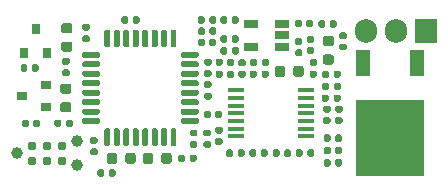
<source format=gts>
G04 #@! TF.GenerationSoftware,KiCad,Pcbnew,(5.99.0-12439-g94954386e6)*
G04 #@! TF.CreationDate,2021-09-28T22:10:54+03:00*
G04 #@! TF.ProjectId,hellen1-wbo,68656c6c-656e-4312-9d77-626f2e6b6963,rev?*
G04 #@! TF.SameCoordinates,PX4a19ba0PY5aa5910*
G04 #@! TF.FileFunction,Soldermask,Top*
G04 #@! TF.FilePolarity,Negative*
%FSLAX46Y46*%
G04 Gerber Fmt 4.6, Leading zero omitted, Abs format (unit mm)*
G04 Created by KiCad (PCBNEW (5.99.0-12439-g94954386e6)) date 2021-09-28 22:10:54*
%MOMM*%
%LPD*%
G01*
G04 APERTURE LIST*
%ADD10R,1.905000X2.000000*%
%ADD11O,1.905000X2.000000*%
%ADD12R,0.900000X0.800000*%
%ADD13R,1.450000X0.450000*%
%ADD14R,1.200000X2.200000*%
%ADD15R,5.800000X6.400000*%
%ADD16R,1.220000X0.650000*%
%ADD17R,0.800000X0.900000*%
%ADD18C,0.990600*%
%ADD19C,0.787400*%
G04 APERTURE END LIST*
D10*
G04 #@! TO.C,Q601*
X35740000Y13100000D03*
D11*
X33200000Y13100000D03*
X30660000Y13100000D03*
G04 #@! TD*
G04 #@! TO.C,C612*
G36*
G01*
X17422500Y9220000D02*
X17077500Y9220000D01*
G75*
G02*
X16930000Y9367500I0J147500D01*
G01*
X16930000Y9662500D01*
G75*
G02*
X17077500Y9810000I147500J0D01*
G01*
X17422500Y9810000D01*
G75*
G02*
X17570000Y9662500I0J-147500D01*
G01*
X17570000Y9367500D01*
G75*
G02*
X17422500Y9220000I-147500J0D01*
G01*
G37*
G36*
G01*
X17422500Y10190000D02*
X17077500Y10190000D01*
G75*
G02*
X16930000Y10337500I0J147500D01*
G01*
X16930000Y10632500D01*
G75*
G02*
X17077500Y10780000I147500J0D01*
G01*
X17422500Y10780000D01*
G75*
G02*
X17570000Y10632500I0J-147500D01*
G01*
X17570000Y10337500D01*
G75*
G02*
X17422500Y10190000I-147500J0D01*
G01*
G37*
G04 #@! TD*
G04 #@! TO.C,C605*
G36*
G01*
X26267500Y2957000D02*
X26267500Y2612000D01*
G75*
G02*
X26120000Y2464500I-147500J0D01*
G01*
X25825000Y2464500D01*
G75*
G02*
X25677500Y2612000I0J147500D01*
G01*
X25677500Y2957000D01*
G75*
G02*
X25825000Y3104500I147500J0D01*
G01*
X26120000Y3104500D01*
G75*
G02*
X26267500Y2957000I0J-147500D01*
G01*
G37*
G36*
G01*
X25297500Y2957000D02*
X25297500Y2612000D01*
G75*
G02*
X25150000Y2464500I-147500J0D01*
G01*
X24855000Y2464500D01*
G75*
G02*
X24707500Y2612000I0J147500D01*
G01*
X24707500Y2957000D01*
G75*
G02*
X24855000Y3104500I147500J0D01*
G01*
X25150000Y3104500D01*
G75*
G02*
X25297500Y2957000I0J-147500D01*
G01*
G37*
G04 #@! TD*
G04 #@! TO.C,C607*
G36*
G01*
X26930000Y9279500D02*
X26930000Y9624500D01*
G75*
G02*
X27077500Y9772000I147500J0D01*
G01*
X27372500Y9772000D01*
G75*
G02*
X27520000Y9624500I0J-147500D01*
G01*
X27520000Y9279500D01*
G75*
G02*
X27372500Y9132000I-147500J0D01*
G01*
X27077500Y9132000D01*
G75*
G02*
X26930000Y9279500I0J147500D01*
G01*
G37*
G36*
G01*
X27900000Y9279500D02*
X27900000Y9624500D01*
G75*
G02*
X28047500Y9772000I147500J0D01*
G01*
X28342500Y9772000D01*
G75*
G02*
X28490000Y9624500I0J-147500D01*
G01*
X28490000Y9279500D01*
G75*
G02*
X28342500Y9132000I-147500J0D01*
G01*
X28047500Y9132000D01*
G75*
G02*
X27900000Y9279500I0J147500D01*
G01*
G37*
G04 #@! TD*
G04 #@! TO.C,C613*
G36*
G01*
X1524000Y5118500D02*
X1524000Y5463500D01*
G75*
G02*
X1671500Y5611000I147500J0D01*
G01*
X1966500Y5611000D01*
G75*
G02*
X2114000Y5463500I0J-147500D01*
G01*
X2114000Y5118500D01*
G75*
G02*
X1966500Y4971000I-147500J0D01*
G01*
X1671500Y4971000D01*
G75*
G02*
X1524000Y5118500I0J147500D01*
G01*
G37*
G36*
G01*
X2494000Y5118500D02*
X2494000Y5463500D01*
G75*
G02*
X2641500Y5611000I147500J0D01*
G01*
X2936500Y5611000D01*
G75*
G02*
X3084000Y5463500I0J-147500D01*
G01*
X3084000Y5118500D01*
G75*
G02*
X2936500Y4971000I-147500J0D01*
G01*
X2641500Y4971000D01*
G75*
G02*
X2494000Y5118500I0J147500D01*
G01*
G37*
G04 #@! TD*
G04 #@! TO.C,C616*
G36*
G01*
X4968750Y8675000D02*
X5481250Y8675000D01*
G75*
G02*
X5700000Y8456250I0J-218750D01*
G01*
X5700000Y8018750D01*
G75*
G02*
X5481250Y7800000I-218750J0D01*
G01*
X4968750Y7800000D01*
G75*
G02*
X4750000Y8018750I0J218750D01*
G01*
X4750000Y8456250D01*
G75*
G02*
X4968750Y8675000I218750J0D01*
G01*
G37*
G36*
G01*
X4968750Y7100000D02*
X5481250Y7100000D01*
G75*
G02*
X5700000Y6881250I0J-218750D01*
G01*
X5700000Y6443750D01*
G75*
G02*
X5481250Y6225000I-218750J0D01*
G01*
X4968750Y6225000D01*
G75*
G02*
X4750000Y6443750I0J218750D01*
G01*
X4750000Y6881250D01*
G75*
G02*
X4968750Y7100000I218750J0D01*
G01*
G37*
G04 #@! TD*
G04 #@! TO.C,R609*
G36*
G01*
X22929000Y9449750D02*
X22929000Y9962250D01*
G75*
G02*
X23147750Y10181000I218750J0D01*
G01*
X23585250Y10181000D01*
G75*
G02*
X23804000Y9962250I0J-218750D01*
G01*
X23804000Y9449750D01*
G75*
G02*
X23585250Y9231000I-218750J0D01*
G01*
X23147750Y9231000D01*
G75*
G02*
X22929000Y9449750I0J218750D01*
G01*
G37*
G36*
G01*
X24504000Y9449750D02*
X24504000Y9962250D01*
G75*
G02*
X24722750Y10181000I218750J0D01*
G01*
X25160250Y10181000D01*
G75*
G02*
X25379000Y9962250I0J-218750D01*
G01*
X25379000Y9449750D01*
G75*
G02*
X25160250Y9231000I-218750J0D01*
G01*
X24722750Y9231000D01*
G75*
G02*
X24504000Y9449750I0J218750D01*
G01*
G37*
G04 #@! TD*
G04 #@! TO.C,R607*
G36*
G01*
X24299000Y2957000D02*
X24299000Y2612000D01*
G75*
G02*
X24151500Y2464500I-147500J0D01*
G01*
X23856500Y2464500D01*
G75*
G02*
X23709000Y2612000I0J147500D01*
G01*
X23709000Y2957000D01*
G75*
G02*
X23856500Y3104500I147500J0D01*
G01*
X24151500Y3104500D01*
G75*
G02*
X24299000Y2957000I0J-147500D01*
G01*
G37*
G36*
G01*
X23329000Y2957000D02*
X23329000Y2612000D01*
G75*
G02*
X23181500Y2464500I-147500J0D01*
G01*
X22886500Y2464500D01*
G75*
G02*
X22739000Y2612000I0J147500D01*
G01*
X22739000Y2957000D01*
G75*
G02*
X22886500Y3104500I147500J0D01*
G01*
X23181500Y3104500D01*
G75*
G02*
X23329000Y2957000I0J-147500D01*
G01*
G37*
G04 #@! TD*
G04 #@! TO.C,R601*
G36*
G01*
X27374500Y7148000D02*
X27029500Y7148000D01*
G75*
G02*
X26882000Y7295500I0J147500D01*
G01*
X26882000Y7590500D01*
G75*
G02*
X27029500Y7738000I147500J0D01*
G01*
X27374500Y7738000D01*
G75*
G02*
X27522000Y7590500I0J-147500D01*
G01*
X27522000Y7295500D01*
G75*
G02*
X27374500Y7148000I-147500J0D01*
G01*
G37*
G36*
G01*
X27374500Y8118000D02*
X27029500Y8118000D01*
G75*
G02*
X26882000Y8265500I0J147500D01*
G01*
X26882000Y8560500D01*
G75*
G02*
X27029500Y8708000I147500J0D01*
G01*
X27374500Y8708000D01*
G75*
G02*
X27522000Y8560500I0J-147500D01*
G01*
X27522000Y8265500D01*
G75*
G02*
X27374500Y8118000I-147500J0D01*
G01*
G37*
G04 #@! TD*
G04 #@! TO.C,R614*
G36*
G01*
X25777500Y12730000D02*
X26122500Y12730000D01*
G75*
G02*
X26270000Y12582500I0J-147500D01*
G01*
X26270000Y12287500D01*
G75*
G02*
X26122500Y12140000I-147500J0D01*
G01*
X25777500Y12140000D01*
G75*
G02*
X25630000Y12287500I0J147500D01*
G01*
X25630000Y12582500D01*
G75*
G02*
X25777500Y12730000I147500J0D01*
G01*
G37*
G36*
G01*
X25777500Y11760000D02*
X26122500Y11760000D01*
G75*
G02*
X26270000Y11612500I0J-147500D01*
G01*
X26270000Y11317500D01*
G75*
G02*
X26122500Y11170000I-147500J0D01*
G01*
X25777500Y11170000D01*
G75*
G02*
X25630000Y11317500I0J147500D01*
G01*
X25630000Y11612500D01*
G75*
G02*
X25777500Y11760000I147500J0D01*
G01*
G37*
G04 #@! TD*
G04 #@! TO.C,R615*
G36*
G01*
X24620000Y13577500D02*
X24620000Y13922500D01*
G75*
G02*
X24767500Y14070000I147500J0D01*
G01*
X25062500Y14070000D01*
G75*
G02*
X25210000Y13922500I0J-147500D01*
G01*
X25210000Y13577500D01*
G75*
G02*
X25062500Y13430000I-147500J0D01*
G01*
X24767500Y13430000D01*
G75*
G02*
X24620000Y13577500I0J147500D01*
G01*
G37*
G36*
G01*
X25590000Y13577500D02*
X25590000Y13922500D01*
G75*
G02*
X25737500Y14070000I147500J0D01*
G01*
X26032500Y14070000D01*
G75*
G02*
X26180000Y13922500I0J-147500D01*
G01*
X26180000Y13577500D01*
G75*
G02*
X26032500Y13430000I-147500J0D01*
G01*
X25737500Y13430000D01*
G75*
G02*
X25590000Y13577500I0J147500D01*
G01*
G37*
G04 #@! TD*
G04 #@! TO.C,R621*
G36*
G01*
X18320000Y13877500D02*
X18320000Y14222500D01*
G75*
G02*
X18467500Y14370000I147500J0D01*
G01*
X18762500Y14370000D01*
G75*
G02*
X18910000Y14222500I0J-147500D01*
G01*
X18910000Y13877500D01*
G75*
G02*
X18762500Y13730000I-147500J0D01*
G01*
X18467500Y13730000D01*
G75*
G02*
X18320000Y13877500I0J147500D01*
G01*
G37*
G36*
G01*
X19290000Y13877500D02*
X19290000Y14222500D01*
G75*
G02*
X19437500Y14370000I147500J0D01*
G01*
X19732500Y14370000D01*
G75*
G02*
X19880000Y14222500I0J-147500D01*
G01*
X19880000Y13877500D01*
G75*
G02*
X19732500Y13730000I-147500J0D01*
G01*
X19437500Y13730000D01*
G75*
G02*
X19290000Y13877500I0J147500D01*
G01*
G37*
G04 #@! TD*
G04 #@! TO.C,R619*
G36*
G01*
X22330500Y2957000D02*
X22330500Y2612000D01*
G75*
G02*
X22183000Y2464500I-147500J0D01*
G01*
X21888000Y2464500D01*
G75*
G02*
X21740500Y2612000I0J147500D01*
G01*
X21740500Y2957000D01*
G75*
G02*
X21888000Y3104500I147500J0D01*
G01*
X22183000Y3104500D01*
G75*
G02*
X22330500Y2957000I0J-147500D01*
G01*
G37*
G36*
G01*
X21360500Y2957000D02*
X21360500Y2612000D01*
G75*
G02*
X21213000Y2464500I-147500J0D01*
G01*
X20918000Y2464500D01*
G75*
G02*
X20770500Y2612000I0J147500D01*
G01*
X20770500Y2957000D01*
G75*
G02*
X20918000Y3104500I147500J0D01*
G01*
X21213000Y3104500D01*
G75*
G02*
X21360500Y2957000I0J-147500D01*
G01*
G37*
G04 #@! TD*
G04 #@! TO.C,R620*
G36*
G01*
X20362000Y2957000D02*
X20362000Y2612000D01*
G75*
G02*
X20214500Y2464500I-147500J0D01*
G01*
X19919500Y2464500D01*
G75*
G02*
X19772000Y2612000I0J147500D01*
G01*
X19772000Y2957000D01*
G75*
G02*
X19919500Y3104500I147500J0D01*
G01*
X20214500Y3104500D01*
G75*
G02*
X20362000Y2957000I0J-147500D01*
G01*
G37*
G36*
G01*
X19392000Y2957000D02*
X19392000Y2612000D01*
G75*
G02*
X19244500Y2464500I-147500J0D01*
G01*
X18949500Y2464500D01*
G75*
G02*
X18802000Y2612000I0J147500D01*
G01*
X18802000Y2957000D01*
G75*
G02*
X18949500Y3104500I147500J0D01*
G01*
X19244500Y3104500D01*
G75*
G02*
X19392000Y2957000I0J-147500D01*
G01*
G37*
G04 #@! TD*
G04 #@! TO.C,R606*
G36*
G01*
X26358500Y9180000D02*
X26013500Y9180000D01*
G75*
G02*
X25866000Y9327500I0J147500D01*
G01*
X25866000Y9622500D01*
G75*
G02*
X26013500Y9770000I147500J0D01*
G01*
X26358500Y9770000D01*
G75*
G02*
X26506000Y9622500I0J-147500D01*
G01*
X26506000Y9327500D01*
G75*
G02*
X26358500Y9180000I-147500J0D01*
G01*
G37*
G36*
G01*
X26358500Y10150000D02*
X26013500Y10150000D01*
G75*
G02*
X25866000Y10297500I0J147500D01*
G01*
X25866000Y10592500D01*
G75*
G02*
X26013500Y10740000I147500J0D01*
G01*
X26358500Y10740000D01*
G75*
G02*
X26506000Y10592500I0J-147500D01*
G01*
X26506000Y10297500D01*
G75*
G02*
X26358500Y10150000I-147500J0D01*
G01*
G37*
G04 #@! TD*
D12*
G04 #@! TO.C,U604*
X3558000Y6652400D03*
X3558000Y8552400D03*
X1558000Y7602400D03*
G04 #@! TD*
D13*
G04 #@! TO.C,U600*
X19680000Y8100000D03*
X19680000Y7450000D03*
X19680000Y6800000D03*
X19680000Y6150000D03*
X19680000Y5500000D03*
X19680000Y4850000D03*
X19680000Y4200000D03*
X25580000Y4200000D03*
X25580000Y4850000D03*
X25580000Y5500000D03*
X25580000Y6150000D03*
X25580000Y6800000D03*
X25580000Y7450000D03*
X25580000Y8100000D03*
G04 #@! TD*
G04 #@! TO.C,C600*
G36*
G01*
X28390500Y7148000D02*
X28045500Y7148000D01*
G75*
G02*
X27898000Y7295500I0J147500D01*
G01*
X27898000Y7590500D01*
G75*
G02*
X28045500Y7738000I147500J0D01*
G01*
X28390500Y7738000D01*
G75*
G02*
X28538000Y7590500I0J-147500D01*
G01*
X28538000Y7295500D01*
G75*
G02*
X28390500Y7148000I-147500J0D01*
G01*
G37*
G36*
G01*
X28390500Y8118000D02*
X28045500Y8118000D01*
G75*
G02*
X27898000Y8265500I0J147500D01*
G01*
X27898000Y8560500D01*
G75*
G02*
X28045500Y8708000I147500J0D01*
G01*
X28390500Y8708000D01*
G75*
G02*
X28538000Y8560500I0J-147500D01*
G01*
X28538000Y8265500D01*
G75*
G02*
X28390500Y8118000I-147500J0D01*
G01*
G37*
G04 #@! TD*
G04 #@! TO.C,C608*
G36*
G01*
X16420000Y12927500D02*
X16420000Y13272500D01*
G75*
G02*
X16567500Y13420000I147500J0D01*
G01*
X16862500Y13420000D01*
G75*
G02*
X17010000Y13272500I0J-147500D01*
G01*
X17010000Y12927500D01*
G75*
G02*
X16862500Y12780000I-147500J0D01*
G01*
X16567500Y12780000D01*
G75*
G02*
X16420000Y12927500I0J147500D01*
G01*
G37*
G36*
G01*
X17390000Y12927500D02*
X17390000Y13272500D01*
G75*
G02*
X17537500Y13420000I147500J0D01*
G01*
X17832500Y13420000D01*
G75*
G02*
X17980000Y13272500I0J-147500D01*
G01*
X17980000Y12927500D01*
G75*
G02*
X17832500Y12780000I-147500J0D01*
G01*
X17537500Y12780000D01*
G75*
G02*
X17390000Y12927500I0J147500D01*
G01*
G37*
G04 #@! TD*
G04 #@! TO.C,R624*
G36*
G01*
X17980000Y14222500D02*
X17980000Y13877500D01*
G75*
G02*
X17832500Y13730000I-147500J0D01*
G01*
X17537500Y13730000D01*
G75*
G02*
X17390000Y13877500I0J147500D01*
G01*
X17390000Y14222500D01*
G75*
G02*
X17537500Y14370000I147500J0D01*
G01*
X17832500Y14370000D01*
G75*
G02*
X17980000Y14222500I0J-147500D01*
G01*
G37*
G36*
G01*
X17010000Y14222500D02*
X17010000Y13877500D01*
G75*
G02*
X16862500Y13730000I-147500J0D01*
G01*
X16567500Y13730000D01*
G75*
G02*
X16420000Y13877500I0J147500D01*
G01*
X16420000Y14222500D01*
G75*
G02*
X16567500Y14370000I147500J0D01*
G01*
X16862500Y14370000D01*
G75*
G02*
X17010000Y14222500I0J-147500D01*
G01*
G37*
G04 #@! TD*
G04 #@! TO.C,C611*
G36*
G01*
X17077500Y8880000D02*
X17422500Y8880000D01*
G75*
G02*
X17570000Y8732500I0J-147500D01*
G01*
X17570000Y8437500D01*
G75*
G02*
X17422500Y8290000I-147500J0D01*
G01*
X17077500Y8290000D01*
G75*
G02*
X16930000Y8437500I0J147500D01*
G01*
X16930000Y8732500D01*
G75*
G02*
X17077500Y8880000I147500J0D01*
G01*
G37*
G36*
G01*
X17077500Y7910000D02*
X17422500Y7910000D01*
G75*
G02*
X17570000Y7762500I0J-147500D01*
G01*
X17570000Y7467500D01*
G75*
G02*
X17422500Y7320000I-147500J0D01*
G01*
X17077500Y7320000D01*
G75*
G02*
X16930000Y7467500I0J147500D01*
G01*
X16930000Y7762500D01*
G75*
G02*
X17077500Y7910000I147500J0D01*
G01*
G37*
G04 #@! TD*
G04 #@! TO.C,R622*
G36*
G01*
X28872500Y11470000D02*
X28527500Y11470000D01*
G75*
G02*
X28380000Y11617500I0J147500D01*
G01*
X28380000Y11912500D01*
G75*
G02*
X28527500Y12060000I147500J0D01*
G01*
X28872500Y12060000D01*
G75*
G02*
X29020000Y11912500I0J-147500D01*
G01*
X29020000Y11617500D01*
G75*
G02*
X28872500Y11470000I-147500J0D01*
G01*
G37*
G36*
G01*
X28872500Y12440000D02*
X28527500Y12440000D01*
G75*
G02*
X28380000Y12587500I0J147500D01*
G01*
X28380000Y12882500D01*
G75*
G02*
X28527500Y13030000I147500J0D01*
G01*
X28872500Y13030000D01*
G75*
G02*
X29020000Y12882500I0J-147500D01*
G01*
X29020000Y12587500D01*
G75*
G02*
X28872500Y12440000I-147500J0D01*
G01*
G37*
G04 #@! TD*
G04 #@! TO.C,R617*
G36*
G01*
X9935000Y13877500D02*
X9935000Y14222500D01*
G75*
G02*
X10082500Y14370000I147500J0D01*
G01*
X10377500Y14370000D01*
G75*
G02*
X10525000Y14222500I0J-147500D01*
G01*
X10525000Y13877500D01*
G75*
G02*
X10377500Y13730000I-147500J0D01*
G01*
X10082500Y13730000D01*
G75*
G02*
X9935000Y13877500I0J147500D01*
G01*
G37*
G36*
G01*
X10905000Y13877500D02*
X10905000Y14222500D01*
G75*
G02*
X11052500Y14370000I147500J0D01*
G01*
X11347500Y14370000D01*
G75*
G02*
X11495000Y14222500I0J-147500D01*
G01*
X11495000Y13877500D01*
G75*
G02*
X11347500Y13730000I-147500J0D01*
G01*
X11052500Y13730000D01*
G75*
G02*
X10905000Y13877500I0J147500D01*
G01*
G37*
G04 #@! TD*
G04 #@! TO.C,C614*
G36*
G01*
X15877500Y4780000D02*
X16222500Y4780000D01*
G75*
G02*
X16370000Y4632500I0J-147500D01*
G01*
X16370000Y4337500D01*
G75*
G02*
X16222500Y4190000I-147500J0D01*
G01*
X15877500Y4190000D01*
G75*
G02*
X15730000Y4337500I0J147500D01*
G01*
X15730000Y4632500D01*
G75*
G02*
X15877500Y4780000I147500J0D01*
G01*
G37*
G36*
G01*
X15877500Y3810000D02*
X16222500Y3810000D01*
G75*
G02*
X16370000Y3662500I0J-147500D01*
G01*
X16370000Y3367500D01*
G75*
G02*
X16222500Y3220000I-147500J0D01*
G01*
X15877500Y3220000D01*
G75*
G02*
X15730000Y3367500I0J147500D01*
G01*
X15730000Y3662500D01*
G75*
G02*
X15877500Y3810000I147500J0D01*
G01*
G37*
G04 #@! TD*
G04 #@! TO.C,C615*
G36*
G01*
X7122500Y12170000D02*
X6777500Y12170000D01*
G75*
G02*
X6630000Y12317500I0J147500D01*
G01*
X6630000Y12612500D01*
G75*
G02*
X6777500Y12760000I147500J0D01*
G01*
X7122500Y12760000D01*
G75*
G02*
X7270000Y12612500I0J-147500D01*
G01*
X7270000Y12317500D01*
G75*
G02*
X7122500Y12170000I-147500J0D01*
G01*
G37*
G36*
G01*
X7122500Y13140000D02*
X6777500Y13140000D01*
G75*
G02*
X6630000Y13287500I0J147500D01*
G01*
X6630000Y13582500D01*
G75*
G02*
X6777500Y13730000I147500J0D01*
G01*
X7122500Y13730000D01*
G75*
G02*
X7270000Y13582500I0J-147500D01*
G01*
X7270000Y13287500D01*
G75*
G02*
X7122500Y13140000I-147500J0D01*
G01*
G37*
G04 #@! TD*
D14*
G04 #@! TO.C,Q600*
X30420000Y10400000D03*
D15*
X32700000Y4100000D03*
D14*
X34980000Y10400000D03*
G04 #@! TD*
G04 #@! TO.C,R612*
G36*
G01*
X27055000Y1777500D02*
X27055000Y2122500D01*
G75*
G02*
X27202500Y2270000I147500J0D01*
G01*
X27497500Y2270000D01*
G75*
G02*
X27645000Y2122500I0J-147500D01*
G01*
X27645000Y1777500D01*
G75*
G02*
X27497500Y1630000I-147500J0D01*
G01*
X27202500Y1630000D01*
G75*
G02*
X27055000Y1777500I0J147500D01*
G01*
G37*
G36*
G01*
X28025000Y1777500D02*
X28025000Y2122500D01*
G75*
G02*
X28172500Y2270000I147500J0D01*
G01*
X28467500Y2270000D01*
G75*
G02*
X28615000Y2122500I0J-147500D01*
G01*
X28615000Y1777500D01*
G75*
G02*
X28467500Y1630000I-147500J0D01*
G01*
X28172500Y1630000D01*
G75*
G02*
X28025000Y1777500I0J147500D01*
G01*
G37*
G04 #@! TD*
G04 #@! TO.C,R618*
G36*
G01*
X17372500Y3220000D02*
X17027500Y3220000D01*
G75*
G02*
X16880000Y3367500I0J147500D01*
G01*
X16880000Y3662500D01*
G75*
G02*
X17027500Y3810000I147500J0D01*
G01*
X17372500Y3810000D01*
G75*
G02*
X17520000Y3662500I0J-147500D01*
G01*
X17520000Y3367500D01*
G75*
G02*
X17372500Y3220000I-147500J0D01*
G01*
G37*
G36*
G01*
X17372500Y4190000D02*
X17027500Y4190000D01*
G75*
G02*
X16880000Y4337500I0J147500D01*
G01*
X16880000Y4632500D01*
G75*
G02*
X17027500Y4780000I147500J0D01*
G01*
X17372500Y4780000D01*
G75*
G02*
X17520000Y4632500I0J-147500D01*
G01*
X17520000Y4337500D01*
G75*
G02*
X17372500Y4190000I-147500J0D01*
G01*
G37*
G04 #@! TD*
G04 #@! TO.C,R616*
G36*
G01*
X26605000Y13527500D02*
X26605000Y13872500D01*
G75*
G02*
X26752500Y14020000I147500J0D01*
G01*
X27047500Y14020000D01*
G75*
G02*
X27195000Y13872500I0J-147500D01*
G01*
X27195000Y13527500D01*
G75*
G02*
X27047500Y13380000I-147500J0D01*
G01*
X26752500Y13380000D01*
G75*
G02*
X26605000Y13527500I0J147500D01*
G01*
G37*
G36*
G01*
X27575000Y13527500D02*
X27575000Y13872500D01*
G75*
G02*
X27722500Y14020000I147500J0D01*
G01*
X28017500Y14020000D01*
G75*
G02*
X28165000Y13872500I0J-147500D01*
G01*
X28165000Y13527500D01*
G75*
G02*
X28017500Y13380000I-147500J0D01*
G01*
X27722500Y13380000D01*
G75*
G02*
X27575000Y13527500I0J147500D01*
G01*
G37*
G04 #@! TD*
G04 #@! TO.C,R623*
G36*
G01*
X18012500Y5025000D02*
X18357500Y5025000D01*
G75*
G02*
X18505000Y4877500I0J-147500D01*
G01*
X18505000Y4582500D01*
G75*
G02*
X18357500Y4435000I-147500J0D01*
G01*
X18012500Y4435000D01*
G75*
G02*
X17865000Y4582500I0J147500D01*
G01*
X17865000Y4877500D01*
G75*
G02*
X18012500Y5025000I147500J0D01*
G01*
G37*
G36*
G01*
X18012500Y4055000D02*
X18357500Y4055000D01*
G75*
G02*
X18505000Y3907500I0J-147500D01*
G01*
X18505000Y3612500D01*
G75*
G02*
X18357500Y3465000I-147500J0D01*
G01*
X18012500Y3465000D01*
G75*
G02*
X17865000Y3612500I0J147500D01*
G01*
X17865000Y3907500D01*
G75*
G02*
X18012500Y4055000I147500J0D01*
G01*
G37*
G04 #@! TD*
G04 #@! TO.C,R625*
G36*
G01*
X4270000Y5127500D02*
X4270000Y5472500D01*
G75*
G02*
X4417500Y5620000I147500J0D01*
G01*
X4712500Y5620000D01*
G75*
G02*
X4860000Y5472500I0J-147500D01*
G01*
X4860000Y5127500D01*
G75*
G02*
X4712500Y4980000I-147500J0D01*
G01*
X4417500Y4980000D01*
G75*
G02*
X4270000Y5127500I0J147500D01*
G01*
G37*
G36*
G01*
X5240000Y5127500D02*
X5240000Y5472500D01*
G75*
G02*
X5387500Y5620000I147500J0D01*
G01*
X5682500Y5620000D01*
G75*
G02*
X5830000Y5472500I0J-147500D01*
G01*
X5830000Y5127500D01*
G75*
G02*
X5682500Y4980000I-147500J0D01*
G01*
X5387500Y4980000D01*
G75*
G02*
X5240000Y5127500I0J147500D01*
G01*
G37*
G04 #@! TD*
G04 #@! TO.C,D601*
G36*
G01*
X14203000Y2596250D02*
X14203000Y2083750D01*
G75*
G02*
X13984250Y1865000I-218750J0D01*
G01*
X13546750Y1865000D01*
G75*
G02*
X13328000Y2083750I0J218750D01*
G01*
X13328000Y2596250D01*
G75*
G02*
X13546750Y2815000I218750J0D01*
G01*
X13984250Y2815000D01*
G75*
G02*
X14203000Y2596250I0J-218750D01*
G01*
G37*
G36*
G01*
X12628000Y2596250D02*
X12628000Y2083750D01*
G75*
G02*
X12409250Y1865000I-218750J0D01*
G01*
X11971750Y1865000D01*
G75*
G02*
X11753000Y2083750I0J218750D01*
G01*
X11753000Y2596250D01*
G75*
G02*
X11971750Y2815000I218750J0D01*
G01*
X12409250Y2815000D01*
G75*
G02*
X12628000Y2596250I0J-218750D01*
G01*
G37*
G04 #@! TD*
G04 #@! TO.C,R626*
G36*
G01*
X16298000Y2512500D02*
X16298000Y2167500D01*
G75*
G02*
X16150500Y2020000I-147500J0D01*
G01*
X15855500Y2020000D01*
G75*
G02*
X15708000Y2167500I0J147500D01*
G01*
X15708000Y2512500D01*
G75*
G02*
X15855500Y2660000I147500J0D01*
G01*
X16150500Y2660000D01*
G75*
G02*
X16298000Y2512500I0J-147500D01*
G01*
G37*
G36*
G01*
X15328000Y2512500D02*
X15328000Y2167500D01*
G75*
G02*
X15180500Y2020000I-147500J0D01*
G01*
X14885500Y2020000D01*
G75*
G02*
X14738000Y2167500I0J147500D01*
G01*
X14738000Y2512500D01*
G75*
G02*
X14885500Y2660000I147500J0D01*
G01*
X15180500Y2660000D01*
G75*
G02*
X15328000Y2512500I0J-147500D01*
G01*
G37*
G04 #@! TD*
G04 #@! TO.C,R604*
G36*
G01*
X19473000Y9624500D02*
X19473000Y9279500D01*
G75*
G02*
X19325500Y9132000I-147500J0D01*
G01*
X19030500Y9132000D01*
G75*
G02*
X18883000Y9279500I0J147500D01*
G01*
X18883000Y9624500D01*
G75*
G02*
X19030500Y9772000I147500J0D01*
G01*
X19325500Y9772000D01*
G75*
G02*
X19473000Y9624500I0J-147500D01*
G01*
G37*
G36*
G01*
X18503000Y9624500D02*
X18503000Y9279500D01*
G75*
G02*
X18355500Y9132000I-147500J0D01*
G01*
X18060500Y9132000D01*
G75*
G02*
X17913000Y9279500I0J147500D01*
G01*
X17913000Y9624500D01*
G75*
G02*
X18060500Y9772000I147500J0D01*
G01*
X18355500Y9772000D01*
G75*
G02*
X18503000Y9624500I0J-147500D01*
G01*
G37*
G04 #@! TD*
G04 #@! TO.C,R605*
G36*
G01*
X20933500Y10740000D02*
X21278500Y10740000D01*
G75*
G02*
X21426000Y10592500I0J-147500D01*
G01*
X21426000Y10297500D01*
G75*
G02*
X21278500Y10150000I-147500J0D01*
G01*
X20933500Y10150000D01*
G75*
G02*
X20786000Y10297500I0J147500D01*
G01*
X20786000Y10592500D01*
G75*
G02*
X20933500Y10740000I147500J0D01*
G01*
G37*
G36*
G01*
X20933500Y9770000D02*
X21278500Y9770000D01*
G75*
G02*
X21426000Y9622500I0J-147500D01*
G01*
X21426000Y9327500D01*
G75*
G02*
X21278500Y9180000I-147500J0D01*
G01*
X20933500Y9180000D01*
G75*
G02*
X20786000Y9327500I0J147500D01*
G01*
X20786000Y9622500D01*
G75*
G02*
X20933500Y9770000I147500J0D01*
G01*
G37*
G04 #@! TD*
G04 #@! TO.C,R608*
G36*
G01*
X19977500Y10740000D02*
X20322500Y10740000D01*
G75*
G02*
X20470000Y10592500I0J-147500D01*
G01*
X20470000Y10297500D01*
G75*
G02*
X20322500Y10150000I-147500J0D01*
G01*
X19977500Y10150000D01*
G75*
G02*
X19830000Y10297500I0J147500D01*
G01*
X19830000Y10592500D01*
G75*
G02*
X19977500Y10740000I147500J0D01*
G01*
G37*
G36*
G01*
X19977500Y9770000D02*
X20322500Y9770000D01*
G75*
G02*
X20470000Y9622500I0J-147500D01*
G01*
X20470000Y9327500D01*
G75*
G02*
X20322500Y9180000I-147500J0D01*
G01*
X19977500Y9180000D01*
G75*
G02*
X19830000Y9327500I0J147500D01*
G01*
X19830000Y9622500D01*
G75*
G02*
X19977500Y9770000I147500J0D01*
G01*
G37*
G04 #@! TD*
G04 #@! TO.C,C603*
G36*
G01*
X19473000Y10640500D02*
X19473000Y10295500D01*
G75*
G02*
X19325500Y10148000I-147500J0D01*
G01*
X19030500Y10148000D01*
G75*
G02*
X18883000Y10295500I0J147500D01*
G01*
X18883000Y10640500D01*
G75*
G02*
X19030500Y10788000I147500J0D01*
G01*
X19325500Y10788000D01*
G75*
G02*
X19473000Y10640500I0J-147500D01*
G01*
G37*
G36*
G01*
X18503000Y10640500D02*
X18503000Y10295500D01*
G75*
G02*
X18355500Y10148000I-147500J0D01*
G01*
X18060500Y10148000D01*
G75*
G02*
X17913000Y10295500I0J147500D01*
G01*
X17913000Y10640500D01*
G75*
G02*
X18060500Y10788000I147500J0D01*
G01*
X18355500Y10788000D01*
G75*
G02*
X18503000Y10640500I0J-147500D01*
G01*
G37*
G04 #@! TD*
D16*
G04 #@! TO.C,U601*
X23560000Y11800000D03*
X23560000Y12750000D03*
X23560000Y13700000D03*
X20940000Y13700000D03*
X20940000Y11800000D03*
G04 #@! TD*
G04 #@! TO.C,R603*
G36*
G01*
X21949500Y10740000D02*
X22294500Y10740000D01*
G75*
G02*
X22442000Y10592500I0J-147500D01*
G01*
X22442000Y10297500D01*
G75*
G02*
X22294500Y10150000I-147500J0D01*
G01*
X21949500Y10150000D01*
G75*
G02*
X21802000Y10297500I0J147500D01*
G01*
X21802000Y10592500D01*
G75*
G02*
X21949500Y10740000I147500J0D01*
G01*
G37*
G36*
G01*
X21949500Y9770000D02*
X22294500Y9770000D01*
G75*
G02*
X22442000Y9622500I0J-147500D01*
G01*
X22442000Y9327500D01*
G75*
G02*
X22294500Y9180000I-147500J0D01*
G01*
X21949500Y9180000D01*
G75*
G02*
X21802000Y9327500I0J147500D01*
G01*
X21802000Y9622500D01*
G75*
G02*
X21949500Y9770000I147500J0D01*
G01*
G37*
G04 #@! TD*
G04 #@! TO.C,R613*
G36*
G01*
X24777500Y12530000D02*
X25122500Y12530000D01*
G75*
G02*
X25270000Y12382500I0J-147500D01*
G01*
X25270000Y12087500D01*
G75*
G02*
X25122500Y11940000I-147500J0D01*
G01*
X24777500Y11940000D01*
G75*
G02*
X24630000Y12087500I0J147500D01*
G01*
X24630000Y12382500D01*
G75*
G02*
X24777500Y12530000I147500J0D01*
G01*
G37*
G36*
G01*
X24777500Y11560000D02*
X25122500Y11560000D01*
G75*
G02*
X25270000Y11412500I0J-147500D01*
G01*
X25270000Y11117500D01*
G75*
G02*
X25122500Y10970000I-147500J0D01*
G01*
X24777500Y10970000D01*
G75*
G02*
X24630000Y11117500I0J147500D01*
G01*
X24630000Y11412500D01*
G75*
G02*
X24777500Y11560000I147500J0D01*
G01*
G37*
G04 #@! TD*
G04 #@! TO.C,C601*
G36*
G01*
X28172500Y6803000D02*
X28517500Y6803000D01*
G75*
G02*
X28665000Y6655500I0J-147500D01*
G01*
X28665000Y6360500D01*
G75*
G02*
X28517500Y6213000I-147500J0D01*
G01*
X28172500Y6213000D01*
G75*
G02*
X28025000Y6360500I0J147500D01*
G01*
X28025000Y6655500D01*
G75*
G02*
X28172500Y6803000I147500J0D01*
G01*
G37*
G36*
G01*
X28172500Y5833000D02*
X28517500Y5833000D01*
G75*
G02*
X28665000Y5685500I0J-147500D01*
G01*
X28665000Y5390500D01*
G75*
G02*
X28517500Y5243000I-147500J0D01*
G01*
X28172500Y5243000D01*
G75*
G02*
X28025000Y5390500I0J147500D01*
G01*
X28025000Y5685500D01*
G75*
G02*
X28172500Y5833000I147500J0D01*
G01*
G37*
G04 #@! TD*
G04 #@! TO.C,D600*
G36*
G01*
X27712250Y10259000D02*
X27199750Y10259000D01*
G75*
G02*
X26981000Y10477750I0J218750D01*
G01*
X26981000Y10915250D01*
G75*
G02*
X27199750Y11134000I218750J0D01*
G01*
X27712250Y11134000D01*
G75*
G02*
X27931000Y10915250I0J-218750D01*
G01*
X27931000Y10477750D01*
G75*
G02*
X27712250Y10259000I-218750J0D01*
G01*
G37*
G36*
G01*
X27712250Y11834000D02*
X27199750Y11834000D01*
G75*
G02*
X26981000Y12052750I0J218750D01*
G01*
X26981000Y12490250D01*
G75*
G02*
X27199750Y12709000I218750J0D01*
G01*
X27712250Y12709000D01*
G75*
G02*
X27931000Y12490250I0J-218750D01*
G01*
X27931000Y12052750D01*
G75*
G02*
X27712250Y11834000I-218750J0D01*
G01*
G37*
G04 #@! TD*
G04 #@! TO.C,R610*
G36*
G01*
X27055000Y3877500D02*
X27055000Y4222500D01*
G75*
G02*
X27202500Y4370000I147500J0D01*
G01*
X27497500Y4370000D01*
G75*
G02*
X27645000Y4222500I0J-147500D01*
G01*
X27645000Y3877500D01*
G75*
G02*
X27497500Y3730000I-147500J0D01*
G01*
X27202500Y3730000D01*
G75*
G02*
X27055000Y3877500I0J147500D01*
G01*
G37*
G36*
G01*
X28025000Y3877500D02*
X28025000Y4222500D01*
G75*
G02*
X28172500Y4370000I147500J0D01*
G01*
X28467500Y4370000D01*
G75*
G02*
X28615000Y4222500I0J-147500D01*
G01*
X28615000Y3877500D01*
G75*
G02*
X28467500Y3730000I-147500J0D01*
G01*
X28172500Y3730000D01*
G75*
G02*
X28025000Y3877500I0J147500D01*
G01*
G37*
G04 #@! TD*
G04 #@! TO.C,R611*
G36*
G01*
X28615000Y3172500D02*
X28615000Y2827500D01*
G75*
G02*
X28467500Y2680000I-147500J0D01*
G01*
X28172500Y2680000D01*
G75*
G02*
X28025000Y2827500I0J147500D01*
G01*
X28025000Y3172500D01*
G75*
G02*
X28172500Y3320000I147500J0D01*
G01*
X28467500Y3320000D01*
G75*
G02*
X28615000Y3172500I0J-147500D01*
G01*
G37*
G36*
G01*
X27645000Y3172500D02*
X27645000Y2827500D01*
G75*
G02*
X27497500Y2680000I-147500J0D01*
G01*
X27202500Y2680000D01*
G75*
G02*
X27055000Y2827500I0J147500D01*
G01*
X27055000Y3172500D01*
G75*
G02*
X27202500Y3320000I147500J0D01*
G01*
X27497500Y3320000D01*
G75*
G02*
X27645000Y3172500I0J-147500D01*
G01*
G37*
G04 #@! TD*
G04 #@! TO.C,D602*
G36*
G01*
X8705000Y2083750D02*
X8705000Y2596250D01*
G75*
G02*
X8923750Y2815000I218750J0D01*
G01*
X9361250Y2815000D01*
G75*
G02*
X9580000Y2596250I0J-218750D01*
G01*
X9580000Y2083750D01*
G75*
G02*
X9361250Y1865000I-218750J0D01*
G01*
X8923750Y1865000D01*
G75*
G02*
X8705000Y2083750I0J218750D01*
G01*
G37*
G36*
G01*
X10280000Y2083750D02*
X10280000Y2596250D01*
G75*
G02*
X10498750Y2815000I218750J0D01*
G01*
X10936250Y2815000D01*
G75*
G02*
X11155000Y2596250I0J-218750D01*
G01*
X11155000Y2083750D01*
G75*
G02*
X10936250Y1865000I-218750J0D01*
G01*
X10498750Y1865000D01*
G75*
G02*
X10280000Y2083750I0J218750D01*
G01*
G37*
G04 #@! TD*
G04 #@! TO.C,R627*
G36*
G01*
X7885000Y927500D02*
X7885000Y1272500D01*
G75*
G02*
X8032500Y1420000I147500J0D01*
G01*
X8327500Y1420000D01*
G75*
G02*
X8475000Y1272500I0J-147500D01*
G01*
X8475000Y927500D01*
G75*
G02*
X8327500Y780000I-147500J0D01*
G01*
X8032500Y780000D01*
G75*
G02*
X7885000Y927500I0J147500D01*
G01*
G37*
G36*
G01*
X8855000Y927500D02*
X8855000Y1272500D01*
G75*
G02*
X9002500Y1420000I147500J0D01*
G01*
X9297500Y1420000D01*
G75*
G02*
X9445000Y1272500I0J-147500D01*
G01*
X9445000Y927500D01*
G75*
G02*
X9297500Y780000I-147500J0D01*
G01*
X9002500Y780000D01*
G75*
G02*
X8855000Y927500I0J147500D01*
G01*
G37*
G04 #@! TD*
G04 #@! TO.C,C602*
G36*
G01*
X19880000Y11622500D02*
X19880000Y11277500D01*
G75*
G02*
X19732500Y11130000I-147500J0D01*
G01*
X19437500Y11130000D01*
G75*
G02*
X19290000Y11277500I0J147500D01*
G01*
X19290000Y11622500D01*
G75*
G02*
X19437500Y11770000I147500J0D01*
G01*
X19732500Y11770000D01*
G75*
G02*
X19880000Y11622500I0J-147500D01*
G01*
G37*
G36*
G01*
X18910000Y11622500D02*
X18910000Y11277500D01*
G75*
G02*
X18762500Y11130000I-147500J0D01*
G01*
X18467500Y11130000D01*
G75*
G02*
X18320000Y11277500I0J147500D01*
G01*
X18320000Y11622500D01*
G75*
G02*
X18467500Y11770000I147500J0D01*
G01*
X18762500Y11770000D01*
G75*
G02*
X18910000Y11622500I0J-147500D01*
G01*
G37*
G04 #@! TD*
G04 #@! TO.C,U602*
G36*
G01*
X16475000Y5625000D02*
X16475000Y5375000D01*
G75*
G02*
X16350000Y5250000I-125000J0D01*
G01*
X15100000Y5250000D01*
G75*
G02*
X14975000Y5375000I0J125000D01*
G01*
X14975000Y5625000D01*
G75*
G02*
X15100000Y5750000I125000J0D01*
G01*
X16350000Y5750000D01*
G75*
G02*
X16475000Y5625000I0J-125000D01*
G01*
G37*
G36*
G01*
X16475000Y6425000D02*
X16475000Y6175000D01*
G75*
G02*
X16350000Y6050000I-125000J0D01*
G01*
X15100000Y6050000D01*
G75*
G02*
X14975000Y6175000I0J125000D01*
G01*
X14975000Y6425000D01*
G75*
G02*
X15100000Y6550000I125000J0D01*
G01*
X16350000Y6550000D01*
G75*
G02*
X16475000Y6425000I0J-125000D01*
G01*
G37*
G36*
G01*
X16475000Y7225000D02*
X16475000Y6975000D01*
G75*
G02*
X16350000Y6850000I-125000J0D01*
G01*
X15100000Y6850000D01*
G75*
G02*
X14975000Y6975000I0J125000D01*
G01*
X14975000Y7225000D01*
G75*
G02*
X15100000Y7350000I125000J0D01*
G01*
X16350000Y7350000D01*
G75*
G02*
X16475000Y7225000I0J-125000D01*
G01*
G37*
G36*
G01*
X16475000Y8025000D02*
X16475000Y7775000D01*
G75*
G02*
X16350000Y7650000I-125000J0D01*
G01*
X15100000Y7650000D01*
G75*
G02*
X14975000Y7775000I0J125000D01*
G01*
X14975000Y8025000D01*
G75*
G02*
X15100000Y8150000I125000J0D01*
G01*
X16350000Y8150000D01*
G75*
G02*
X16475000Y8025000I0J-125000D01*
G01*
G37*
G36*
G01*
X16475000Y8825000D02*
X16475000Y8575000D01*
G75*
G02*
X16350000Y8450000I-125000J0D01*
G01*
X15100000Y8450000D01*
G75*
G02*
X14975000Y8575000I0J125000D01*
G01*
X14975000Y8825000D01*
G75*
G02*
X15100000Y8950000I125000J0D01*
G01*
X16350000Y8950000D01*
G75*
G02*
X16475000Y8825000I0J-125000D01*
G01*
G37*
G36*
G01*
X16475000Y9625000D02*
X16475000Y9375000D01*
G75*
G02*
X16350000Y9250000I-125000J0D01*
G01*
X15100000Y9250000D01*
G75*
G02*
X14975000Y9375000I0J125000D01*
G01*
X14975000Y9625000D01*
G75*
G02*
X15100000Y9750000I125000J0D01*
G01*
X16350000Y9750000D01*
G75*
G02*
X16475000Y9625000I0J-125000D01*
G01*
G37*
G36*
G01*
X16475000Y10425000D02*
X16475000Y10175000D01*
G75*
G02*
X16350000Y10050000I-125000J0D01*
G01*
X15100000Y10050000D01*
G75*
G02*
X14975000Y10175000I0J125000D01*
G01*
X14975000Y10425000D01*
G75*
G02*
X15100000Y10550000I125000J0D01*
G01*
X16350000Y10550000D01*
G75*
G02*
X16475000Y10425000I0J-125000D01*
G01*
G37*
G36*
G01*
X16475000Y11225000D02*
X16475000Y10975000D01*
G75*
G02*
X16350000Y10850000I-125000J0D01*
G01*
X15100000Y10850000D01*
G75*
G02*
X14975000Y10975000I0J125000D01*
G01*
X14975000Y11225000D01*
G75*
G02*
X15100000Y11350000I125000J0D01*
G01*
X16350000Y11350000D01*
G75*
G02*
X16475000Y11225000I0J-125000D01*
G01*
G37*
G36*
G01*
X14600000Y13100000D02*
X14600000Y11850000D01*
G75*
G02*
X14475000Y11725000I-125000J0D01*
G01*
X14225000Y11725000D01*
G75*
G02*
X14100000Y11850000I0J125000D01*
G01*
X14100000Y13100000D01*
G75*
G02*
X14225000Y13225000I125000J0D01*
G01*
X14475000Y13225000D01*
G75*
G02*
X14600000Y13100000I0J-125000D01*
G01*
G37*
G36*
G01*
X13800000Y13100000D02*
X13800000Y11850000D01*
G75*
G02*
X13675000Y11725000I-125000J0D01*
G01*
X13425000Y11725000D01*
G75*
G02*
X13300000Y11850000I0J125000D01*
G01*
X13300000Y13100000D01*
G75*
G02*
X13425000Y13225000I125000J0D01*
G01*
X13675000Y13225000D01*
G75*
G02*
X13800000Y13100000I0J-125000D01*
G01*
G37*
G36*
G01*
X13000000Y13100000D02*
X13000000Y11850000D01*
G75*
G02*
X12875000Y11725000I-125000J0D01*
G01*
X12625000Y11725000D01*
G75*
G02*
X12500000Y11850000I0J125000D01*
G01*
X12500000Y13100000D01*
G75*
G02*
X12625000Y13225000I125000J0D01*
G01*
X12875000Y13225000D01*
G75*
G02*
X13000000Y13100000I0J-125000D01*
G01*
G37*
G36*
G01*
X12200000Y13100000D02*
X12200000Y11850000D01*
G75*
G02*
X12075000Y11725000I-125000J0D01*
G01*
X11825000Y11725000D01*
G75*
G02*
X11700000Y11850000I0J125000D01*
G01*
X11700000Y13100000D01*
G75*
G02*
X11825000Y13225000I125000J0D01*
G01*
X12075000Y13225000D01*
G75*
G02*
X12200000Y13100000I0J-125000D01*
G01*
G37*
G36*
G01*
X11400000Y13100000D02*
X11400000Y11850000D01*
G75*
G02*
X11275000Y11725000I-125000J0D01*
G01*
X11025000Y11725000D01*
G75*
G02*
X10900000Y11850000I0J125000D01*
G01*
X10900000Y13100000D01*
G75*
G02*
X11025000Y13225000I125000J0D01*
G01*
X11275000Y13225000D01*
G75*
G02*
X11400000Y13100000I0J-125000D01*
G01*
G37*
G36*
G01*
X10600000Y13100000D02*
X10600000Y11850000D01*
G75*
G02*
X10475000Y11725000I-125000J0D01*
G01*
X10225000Y11725000D01*
G75*
G02*
X10100000Y11850000I0J125000D01*
G01*
X10100000Y13100000D01*
G75*
G02*
X10225000Y13225000I125000J0D01*
G01*
X10475000Y13225000D01*
G75*
G02*
X10600000Y13100000I0J-125000D01*
G01*
G37*
G36*
G01*
X9800000Y13100000D02*
X9800000Y11850000D01*
G75*
G02*
X9675000Y11725000I-125000J0D01*
G01*
X9425000Y11725000D01*
G75*
G02*
X9300000Y11850000I0J125000D01*
G01*
X9300000Y13100000D01*
G75*
G02*
X9425000Y13225000I125000J0D01*
G01*
X9675000Y13225000D01*
G75*
G02*
X9800000Y13100000I0J-125000D01*
G01*
G37*
G36*
G01*
X9000000Y13100000D02*
X9000000Y11850000D01*
G75*
G02*
X8875000Y11725000I-125000J0D01*
G01*
X8625000Y11725000D01*
G75*
G02*
X8500000Y11850000I0J125000D01*
G01*
X8500000Y13100000D01*
G75*
G02*
X8625000Y13225000I125000J0D01*
G01*
X8875000Y13225000D01*
G75*
G02*
X9000000Y13100000I0J-125000D01*
G01*
G37*
G36*
G01*
X8125000Y11225000D02*
X8125000Y10975000D01*
G75*
G02*
X8000000Y10850000I-125000J0D01*
G01*
X6750000Y10850000D01*
G75*
G02*
X6625000Y10975000I0J125000D01*
G01*
X6625000Y11225000D01*
G75*
G02*
X6750000Y11350000I125000J0D01*
G01*
X8000000Y11350000D01*
G75*
G02*
X8125000Y11225000I0J-125000D01*
G01*
G37*
G36*
G01*
X8125000Y10425000D02*
X8125000Y10175000D01*
G75*
G02*
X8000000Y10050000I-125000J0D01*
G01*
X6750000Y10050000D01*
G75*
G02*
X6625000Y10175000I0J125000D01*
G01*
X6625000Y10425000D01*
G75*
G02*
X6750000Y10550000I125000J0D01*
G01*
X8000000Y10550000D01*
G75*
G02*
X8125000Y10425000I0J-125000D01*
G01*
G37*
G36*
G01*
X8125000Y9625000D02*
X8125000Y9375000D01*
G75*
G02*
X8000000Y9250000I-125000J0D01*
G01*
X6750000Y9250000D01*
G75*
G02*
X6625000Y9375000I0J125000D01*
G01*
X6625000Y9625000D01*
G75*
G02*
X6750000Y9750000I125000J0D01*
G01*
X8000000Y9750000D01*
G75*
G02*
X8125000Y9625000I0J-125000D01*
G01*
G37*
G36*
G01*
X8125000Y8825000D02*
X8125000Y8575000D01*
G75*
G02*
X8000000Y8450000I-125000J0D01*
G01*
X6750000Y8450000D01*
G75*
G02*
X6625000Y8575000I0J125000D01*
G01*
X6625000Y8825000D01*
G75*
G02*
X6750000Y8950000I125000J0D01*
G01*
X8000000Y8950000D01*
G75*
G02*
X8125000Y8825000I0J-125000D01*
G01*
G37*
G36*
G01*
X8125000Y8025000D02*
X8125000Y7775000D01*
G75*
G02*
X8000000Y7650000I-125000J0D01*
G01*
X6750000Y7650000D01*
G75*
G02*
X6625000Y7775000I0J125000D01*
G01*
X6625000Y8025000D01*
G75*
G02*
X6750000Y8150000I125000J0D01*
G01*
X8000000Y8150000D01*
G75*
G02*
X8125000Y8025000I0J-125000D01*
G01*
G37*
G36*
G01*
X8125000Y7225000D02*
X8125000Y6975000D01*
G75*
G02*
X8000000Y6850000I-125000J0D01*
G01*
X6750000Y6850000D01*
G75*
G02*
X6625000Y6975000I0J125000D01*
G01*
X6625000Y7225000D01*
G75*
G02*
X6750000Y7350000I125000J0D01*
G01*
X8000000Y7350000D01*
G75*
G02*
X8125000Y7225000I0J-125000D01*
G01*
G37*
G36*
G01*
X8125000Y6425000D02*
X8125000Y6175000D01*
G75*
G02*
X8000000Y6050000I-125000J0D01*
G01*
X6750000Y6050000D01*
G75*
G02*
X6625000Y6175000I0J125000D01*
G01*
X6625000Y6425000D01*
G75*
G02*
X6750000Y6550000I125000J0D01*
G01*
X8000000Y6550000D01*
G75*
G02*
X8125000Y6425000I0J-125000D01*
G01*
G37*
G36*
G01*
X8125000Y5625000D02*
X8125000Y5375000D01*
G75*
G02*
X8000000Y5250000I-125000J0D01*
G01*
X6750000Y5250000D01*
G75*
G02*
X6625000Y5375000I0J125000D01*
G01*
X6625000Y5625000D01*
G75*
G02*
X6750000Y5750000I125000J0D01*
G01*
X8000000Y5750000D01*
G75*
G02*
X8125000Y5625000I0J-125000D01*
G01*
G37*
G36*
G01*
X9000000Y4750000D02*
X9000000Y3500000D01*
G75*
G02*
X8875000Y3375000I-125000J0D01*
G01*
X8625000Y3375000D01*
G75*
G02*
X8500000Y3500000I0J125000D01*
G01*
X8500000Y4750000D01*
G75*
G02*
X8625000Y4875000I125000J0D01*
G01*
X8875000Y4875000D01*
G75*
G02*
X9000000Y4750000I0J-125000D01*
G01*
G37*
G36*
G01*
X9800000Y4750000D02*
X9800000Y3500000D01*
G75*
G02*
X9675000Y3375000I-125000J0D01*
G01*
X9425000Y3375000D01*
G75*
G02*
X9300000Y3500000I0J125000D01*
G01*
X9300000Y4750000D01*
G75*
G02*
X9425000Y4875000I125000J0D01*
G01*
X9675000Y4875000D01*
G75*
G02*
X9800000Y4750000I0J-125000D01*
G01*
G37*
G36*
G01*
X10600000Y4750000D02*
X10600000Y3500000D01*
G75*
G02*
X10475000Y3375000I-125000J0D01*
G01*
X10225000Y3375000D01*
G75*
G02*
X10100000Y3500000I0J125000D01*
G01*
X10100000Y4750000D01*
G75*
G02*
X10225000Y4875000I125000J0D01*
G01*
X10475000Y4875000D01*
G75*
G02*
X10600000Y4750000I0J-125000D01*
G01*
G37*
G36*
G01*
X11400000Y4750000D02*
X11400000Y3500000D01*
G75*
G02*
X11275000Y3375000I-125000J0D01*
G01*
X11025000Y3375000D01*
G75*
G02*
X10900000Y3500000I0J125000D01*
G01*
X10900000Y4750000D01*
G75*
G02*
X11025000Y4875000I125000J0D01*
G01*
X11275000Y4875000D01*
G75*
G02*
X11400000Y4750000I0J-125000D01*
G01*
G37*
G36*
G01*
X12200000Y4750000D02*
X12200000Y3500000D01*
G75*
G02*
X12075000Y3375000I-125000J0D01*
G01*
X11825000Y3375000D01*
G75*
G02*
X11700000Y3500000I0J125000D01*
G01*
X11700000Y4750000D01*
G75*
G02*
X11825000Y4875000I125000J0D01*
G01*
X12075000Y4875000D01*
G75*
G02*
X12200000Y4750000I0J-125000D01*
G01*
G37*
G36*
G01*
X13000000Y4750000D02*
X13000000Y3500000D01*
G75*
G02*
X12875000Y3375000I-125000J0D01*
G01*
X12625000Y3375000D01*
G75*
G02*
X12500000Y3500000I0J125000D01*
G01*
X12500000Y4750000D01*
G75*
G02*
X12625000Y4875000I125000J0D01*
G01*
X12875000Y4875000D01*
G75*
G02*
X13000000Y4750000I0J-125000D01*
G01*
G37*
G36*
G01*
X13800000Y4750000D02*
X13800000Y3500000D01*
G75*
G02*
X13675000Y3375000I-125000J0D01*
G01*
X13425000Y3375000D01*
G75*
G02*
X13300000Y3500000I0J125000D01*
G01*
X13300000Y4750000D01*
G75*
G02*
X13425000Y4875000I125000J0D01*
G01*
X13675000Y4875000D01*
G75*
G02*
X13800000Y4750000I0J-125000D01*
G01*
G37*
G36*
G01*
X14600000Y4750000D02*
X14600000Y3500000D01*
G75*
G02*
X14475000Y3375000I-125000J0D01*
G01*
X14225000Y3375000D01*
G75*
G02*
X14100000Y3500000I0J125000D01*
G01*
X14100000Y4750000D01*
G75*
G02*
X14225000Y4875000I125000J0D01*
G01*
X14475000Y4875000D01*
G75*
G02*
X14600000Y4750000I0J-125000D01*
G01*
G37*
G04 #@! TD*
G04 #@! TO.C,R602*
G36*
G01*
X16420000Y11977500D02*
X16420000Y12322500D01*
G75*
G02*
X16567500Y12470000I147500J0D01*
G01*
X16862500Y12470000D01*
G75*
G02*
X17010000Y12322500I0J-147500D01*
G01*
X17010000Y11977500D01*
G75*
G02*
X16862500Y11830000I-147500J0D01*
G01*
X16567500Y11830000D01*
G75*
G02*
X16420000Y11977500I0J147500D01*
G01*
G37*
G36*
G01*
X17390000Y11977500D02*
X17390000Y12322500D01*
G75*
G02*
X17537500Y12470000I147500J0D01*
G01*
X17832500Y12470000D01*
G75*
G02*
X17980000Y12322500I0J-147500D01*
G01*
X17980000Y11977500D01*
G75*
G02*
X17832500Y11830000I-147500J0D01*
G01*
X17537500Y11830000D01*
G75*
G02*
X17390000Y11977500I0J147500D01*
G01*
G37*
G04 #@! TD*
G04 #@! TO.C,C604*
G36*
G01*
X19880000Y12622500D02*
X19880000Y12277500D01*
G75*
G02*
X19732500Y12130000I-147500J0D01*
G01*
X19437500Y12130000D01*
G75*
G02*
X19290000Y12277500I0J147500D01*
G01*
X19290000Y12622500D01*
G75*
G02*
X19437500Y12770000I147500J0D01*
G01*
X19732500Y12770000D01*
G75*
G02*
X19880000Y12622500I0J-147500D01*
G01*
G37*
G36*
G01*
X18910000Y12622500D02*
X18910000Y12277500D01*
G75*
G02*
X18762500Y12130000I-147500J0D01*
G01*
X18467500Y12130000D01*
G75*
G02*
X18320000Y12277500I0J147500D01*
G01*
X18320000Y12622500D01*
G75*
G02*
X18467500Y12770000I147500J0D01*
G01*
X18762500Y12770000D01*
G75*
G02*
X18910000Y12622500I0J-147500D01*
G01*
G37*
G04 #@! TD*
G04 #@! TO.C,C606*
G36*
G01*
X18480000Y6222500D02*
X18480000Y5877500D01*
G75*
G02*
X18332500Y5730000I-147500J0D01*
G01*
X18037500Y5730000D01*
G75*
G02*
X17890000Y5877500I0J147500D01*
G01*
X17890000Y6222500D01*
G75*
G02*
X18037500Y6370000I147500J0D01*
G01*
X18332500Y6370000D01*
G75*
G02*
X18480000Y6222500I0J-147500D01*
G01*
G37*
G36*
G01*
X17510000Y6222500D02*
X17510000Y5877500D01*
G75*
G02*
X17362500Y5730000I-147500J0D01*
G01*
X17067500Y5730000D01*
G75*
G02*
X16920000Y5877500I0J147500D01*
G01*
X16920000Y6222500D01*
G75*
G02*
X17067500Y6370000I147500J0D01*
G01*
X17362500Y6370000D01*
G75*
G02*
X17510000Y6222500I0J-147500D01*
G01*
G37*
G04 #@! TD*
G04 #@! TO.C,R628*
G36*
G01*
X5070050Y10839950D02*
X5415050Y10839950D01*
G75*
G02*
X5562550Y10692450I0J-147500D01*
G01*
X5562550Y10397450D01*
G75*
G02*
X5415050Y10249950I-147500J0D01*
G01*
X5070050Y10249950D01*
G75*
G02*
X4922550Y10397450I0J147500D01*
G01*
X4922550Y10692450D01*
G75*
G02*
X5070050Y10839950I147500J0D01*
G01*
G37*
G36*
G01*
X5070050Y9869950D02*
X5415050Y9869950D01*
G75*
G02*
X5562550Y9722450I0J-147500D01*
G01*
X5562550Y9427450D01*
G75*
G02*
X5415050Y9279950I-147500J0D01*
G01*
X5070050Y9279950D01*
G75*
G02*
X4922550Y9427450I0J147500D01*
G01*
X4922550Y9722450D01*
G75*
G02*
X5070050Y9869950I147500J0D01*
G01*
G37*
G04 #@! TD*
G04 #@! TO.C,C609*
G36*
G01*
X7427500Y4145000D02*
X7772500Y4145000D01*
G75*
G02*
X7920000Y3997500I0J-147500D01*
G01*
X7920000Y3702500D01*
G75*
G02*
X7772500Y3555000I-147500J0D01*
G01*
X7427500Y3555000D01*
G75*
G02*
X7280000Y3702500I0J147500D01*
G01*
X7280000Y3997500D01*
G75*
G02*
X7427500Y4145000I147500J0D01*
G01*
G37*
G36*
G01*
X7427500Y3175000D02*
X7772500Y3175000D01*
G75*
G02*
X7920000Y3027500I0J-147500D01*
G01*
X7920000Y2732500D01*
G75*
G02*
X7772500Y2585000I-147500J0D01*
G01*
X7427500Y2585000D01*
G75*
G02*
X7280000Y2732500I0J147500D01*
G01*
X7280000Y3027500D01*
G75*
G02*
X7427500Y3175000I147500J0D01*
G01*
G37*
G04 #@! TD*
G04 #@! TO.C,C610*
G36*
G01*
X1397000Y9817500D02*
X1397000Y10162500D01*
G75*
G02*
X1544500Y10310000I147500J0D01*
G01*
X1839500Y10310000D01*
G75*
G02*
X1987000Y10162500I0J-147500D01*
G01*
X1987000Y9817500D01*
G75*
G02*
X1839500Y9670000I-147500J0D01*
G01*
X1544500Y9670000D01*
G75*
G02*
X1397000Y9817500I0J147500D01*
G01*
G37*
G36*
G01*
X2367000Y9817500D02*
X2367000Y10162500D01*
G75*
G02*
X2514500Y10310000I147500J0D01*
G01*
X2809500Y10310000D01*
G75*
G02*
X2957000Y10162500I0J-147500D01*
G01*
X2957000Y9817500D01*
G75*
G02*
X2809500Y9670000I-147500J0D01*
G01*
X2514500Y9670000D01*
G75*
G02*
X2367000Y9817500I0J147500D01*
G01*
G37*
G04 #@! TD*
D17*
G04 #@! TO.C,U603*
X1735000Y11276000D03*
X3635000Y11276000D03*
X2685000Y13276000D03*
G04 #@! TD*
G04 #@! TO.C,R600*
G36*
G01*
X27501500Y5243000D02*
X27156500Y5243000D01*
G75*
G02*
X27009000Y5390500I0J147500D01*
G01*
X27009000Y5685500D01*
G75*
G02*
X27156500Y5833000I147500J0D01*
G01*
X27501500Y5833000D01*
G75*
G02*
X27649000Y5685500I0J-147500D01*
G01*
X27649000Y5390500D01*
G75*
G02*
X27501500Y5243000I-147500J0D01*
G01*
G37*
G36*
G01*
X27501500Y6213000D02*
X27156500Y6213000D01*
G75*
G02*
X27009000Y6360500I0J147500D01*
G01*
X27009000Y6655500D01*
G75*
G02*
X27156500Y6803000I147500J0D01*
G01*
X27501500Y6803000D01*
G75*
G02*
X27649000Y6655500I0J-147500D01*
G01*
X27649000Y6360500D01*
G75*
G02*
X27501500Y6213000I-147500J0D01*
G01*
G37*
G04 #@! TD*
G04 #@! TO.C,D603*
G36*
G01*
X5061300Y13794950D02*
X5573800Y13794950D01*
G75*
G02*
X5792550Y13576200I0J-218750D01*
G01*
X5792550Y13138700D01*
G75*
G02*
X5573800Y12919950I-218750J0D01*
G01*
X5061300Y12919950D01*
G75*
G02*
X4842550Y13138700I0J218750D01*
G01*
X4842550Y13576200D01*
G75*
G02*
X5061300Y13794950I218750J0D01*
G01*
G37*
G36*
G01*
X5061300Y12219950D02*
X5573800Y12219950D01*
G75*
G02*
X5792550Y12001200I0J-218750D01*
G01*
X5792550Y11563700D01*
G75*
G02*
X5573800Y11344950I-218750J0D01*
G01*
X5061300Y11344950D01*
G75*
G02*
X4842550Y11563700I0J218750D01*
G01*
X4842550Y12001200D01*
G75*
G02*
X5061300Y12219950I218750J0D01*
G01*
G37*
G04 #@! TD*
D18*
G04 #@! TO.C,J600*
X1060000Y2750000D03*
X6140000Y1734000D03*
X6140000Y3766000D03*
D19*
X2330000Y2115000D03*
X2330000Y3385000D03*
X3600000Y2115000D03*
X3600000Y3385000D03*
X4870000Y2115000D03*
X4870000Y3385000D03*
G04 #@! TD*
M02*

</source>
